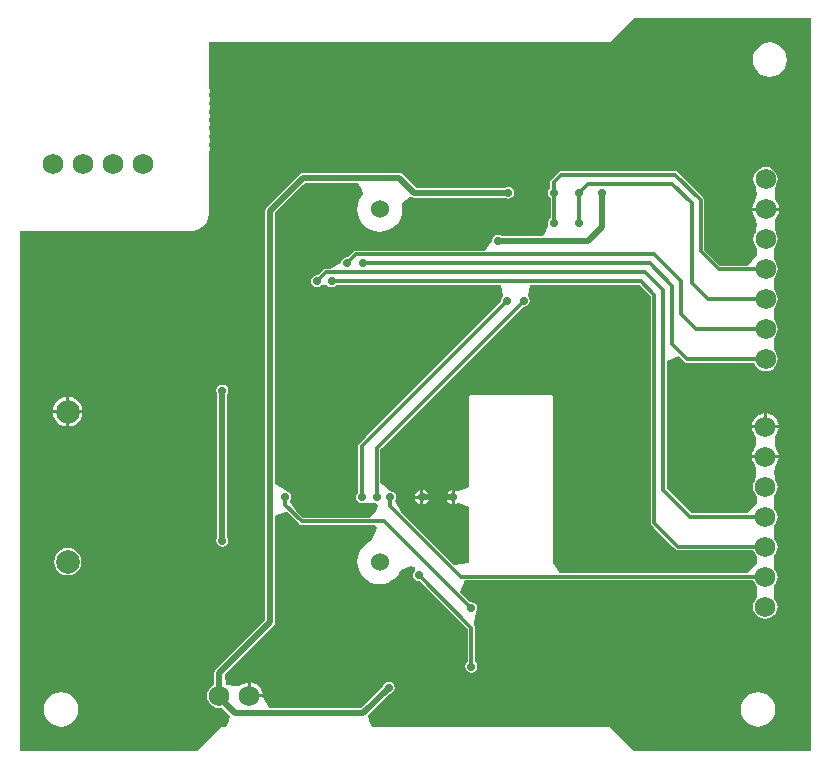
<source format=gbl>
G04 Layer_Physical_Order=4*
G04 Layer_Color=16711680*
%FSLAX44Y44*%
%MOMM*%
G71*
G01*
G75*
%ADD25C,2.0000*%
%ADD26C,0.5000*%
%ADD27C,0.3000*%
%ADD31C,1.7500*%
%ADD32C,1.5240*%
%ADD33C,0.7000*%
G36*
X523123Y394451D02*
X524513D01*
X534151Y384813D01*
Y383419D01*
Y195838D01*
Y193040D01*
X534151Y193040D01*
X534384Y191870D01*
X535047Y190877D01*
X537055Y188869D01*
X553359Y172565D01*
X555367Y170557D01*
X556359Y169894D01*
X557530Y169661D01*
X557530Y169661D01*
X560304D01*
X620957D01*
X622237Y167551D01*
X623413Y166017D01*
X624020Y164445D01*
Y158906D01*
X616180Y150379D01*
X456785D01*
X456248Y150882D01*
X451204Y158750D01*
X451204Y160379D01*
Y299720D01*
X450728Y300868D01*
X449580Y301344D01*
X382270D01*
X381122Y300868D01*
X380646Y299720D01*
Y223123D01*
X374399Y220332D01*
X370646Y219478D01*
X370565Y219532D01*
X369387Y220320D01*
X369387D01*
X368300Y220536D01*
Y214630D01*
Y208724D01*
X369386Y208940D01*
X369387D01*
X370206Y209488D01*
X370206D01*
X370646Y209782D01*
X374399Y208928D01*
X380646Y206137D01*
Y160379D01*
X380646Y158750D01*
X380557Y158611D01*
X367794Y157232D01*
X322530Y202496D01*
X317295Y211025D01*
X318400Y212679D01*
X318400Y212679D01*
X318788Y214630D01*
X318400Y216581D01*
X317295Y218235D01*
Y218235D01*
X315641Y219340D01*
X315641Y219340D01*
X313690Y219728D01*
X307416Y224550D01*
X305319Y227077D01*
Y253869D01*
Y255273D01*
X306303Y256257D01*
X425128Y375082D01*
X425957Y375912D01*
X426729Y375911D01*
X428680Y376299D01*
X428680Y376300D01*
X430334Y377405D01*
X430334Y377405D01*
X431439Y379058D01*
X431827Y381009D01*
X431827Y381009D01*
X431439Y382960D01*
X431439Y382960D01*
X430334Y384614D01*
X432054Y393991D01*
X432241Y394451D01*
X523123D01*
D02*
G37*
G36*
X670000Y0D02*
X520000D01*
X500000Y20000D01*
X298554D01*
X295705Y25341D01*
X294958Y30000D01*
X313366Y48408D01*
X314481Y48630D01*
X316135Y49735D01*
X317240Y51389D01*
X317628Y53340D01*
X317240Y55291D01*
X316135Y56945D01*
X314481Y58050D01*
X312530Y58438D01*
X312530Y58438D01*
X310579Y58050D01*
X310579D01*
X308925Y56945D01*
X308925Y56945D01*
X307820Y55291D01*
X307598Y54176D01*
X289251Y35828D01*
X288364Y35828D01*
X288364Y35828D01*
X287372Y35828D01*
X212397D01*
X212051Y36039D01*
X210087Y38234D01*
X205947Y45251D01*
X194310D01*
Y46521D01*
X193040D01*
Y57741D01*
X191363Y57520D01*
X188616Y56382D01*
X187195Y55292D01*
X185113Y54488D01*
X184209Y54421D01*
X174615Y55403D01*
Y55403D01*
D01*
X174615Y55407D01*
X173805Y65067D01*
X173802Y65164D01*
X175256Y66618D01*
X212009Y103371D01*
X214974Y106336D01*
X215858Y107659D01*
X216168Y109220D01*
X216168Y109220D01*
Y114346D01*
Y196077D01*
Y198434D01*
X218012Y199197D01*
X224730Y201980D01*
X226541Y202203D01*
X233692Y195052D01*
X236597Y192147D01*
X237589Y191484D01*
X238760Y191251D01*
X245420D01*
X300609D01*
X302111Y188895D01*
X301818Y186019D01*
X297494Y177660D01*
X297437Y177628D01*
X294193Y175894D01*
X291300Y173520D01*
X288926Y170627D01*
X287161Y167326D01*
X286075Y163745D01*
X285708Y160020D01*
X286075Y156295D01*
X287161Y152714D01*
X288926Y149413D01*
X291300Y146520D01*
X294193Y144146D01*
X297494Y142381D01*
X301075Y141295D01*
X304800Y140928D01*
X308525Y141295D01*
X312106Y142381D01*
X315407Y144146D01*
X318300Y146520D01*
X320674Y149413D01*
X321976Y151848D01*
X323135Y152964D01*
X331548Y155983D01*
X333535Y155905D01*
X334673Y155097D01*
X334215Y152195D01*
X333110Y150541D01*
X332722Y148590D01*
X332722Y148590D01*
X333110Y146639D01*
X334215Y144985D01*
X335869Y143880D01*
X335869Y143880D01*
X337820Y143492D01*
X337820Y143492D01*
X338592Y143492D01*
X339414Y142670D01*
X374461Y107623D01*
X379211Y102873D01*
X379211Y97871D01*
X379211Y75270D01*
X378665Y74725D01*
X377560Y73071D01*
X377172Y71120D01*
X377560Y69169D01*
X378665Y67515D01*
X380319Y66410D01*
X382270Y66022D01*
X384221Y66410D01*
X385875Y67515D01*
X386980Y69169D01*
X386980Y69169D01*
X387368Y71120D01*
X386980Y73071D01*
X385875Y74725D01*
X385329Y75270D01*
X385329Y98878D01*
X385329Y104140D01*
X385329Y104140D01*
X385096Y105310D01*
X384433Y106303D01*
X384433Y106305D01*
X384402Y107698D01*
X385875Y117045D01*
X386980Y118699D01*
X387368Y120650D01*
X387368Y120650D01*
X386980Y122601D01*
X385875Y124255D01*
X384221Y125360D01*
X384221Y125360D01*
X382270Y125748D01*
X382270Y125748D01*
X381498Y125748D01*
X372705Y134541D01*
X377127Y144261D01*
X620456D01*
X620957D01*
X622237Y142151D01*
X623413Y140617D01*
X624020Y139045D01*
Y130195D01*
X623413Y128623D01*
X622237Y127089D01*
X621204Y124596D01*
X620852Y121920D01*
X621204Y119244D01*
X622237Y116751D01*
X623880Y114610D01*
X626021Y112967D01*
X628514Y111934D01*
X631190Y111582D01*
X633866Y111934D01*
X636359Y112967D01*
X638500Y114610D01*
X640143Y116751D01*
X641176Y119244D01*
X641528Y121920D01*
X641176Y124596D01*
X640143Y127089D01*
X638967Y128623D01*
X638360Y130195D01*
Y139045D01*
X638967Y140617D01*
X640143Y142151D01*
X641176Y144644D01*
X641528Y147320D01*
X641176Y149996D01*
X640143Y152489D01*
X638967Y154023D01*
X638360Y155595D01*
Y164445D01*
X638967Y166017D01*
X640143Y167551D01*
X641176Y170044D01*
X641528Y172720D01*
X641176Y175396D01*
X640143Y177889D01*
X638967Y179423D01*
X638360Y180995D01*
Y189845D01*
X638967Y191417D01*
X640143Y192951D01*
X641176Y195444D01*
X641528Y198120D01*
X641176Y200796D01*
X640143Y203289D01*
X638967Y204823D01*
X638360Y206395D01*
Y215245D01*
X638967Y216817D01*
X640143Y218351D01*
X641176Y220844D01*
X641528Y223520D01*
X641176Y226196D01*
X640143Y228689D01*
X639622Y229369D01*
X639024Y231486D01*
X638866Y235773D01*
X639157Y239723D01*
X639961Y241805D01*
X641052Y243226D01*
X642189Y245973D01*
X642410Y247650D01*
X631190D01*
X619970D01*
X620191Y245973D01*
X621328Y243226D01*
X622419Y241805D01*
X623223Y239723D01*
X623514Y235773D01*
X623356Y231486D01*
X622758Y229369D01*
X622237Y228689D01*
X621204Y226196D01*
X620852Y223520D01*
X621204Y220844D01*
X622237Y218351D01*
X623413Y216817D01*
X624020Y215245D01*
Y209910D01*
X616180Y201179D01*
X570356D01*
X568957D01*
X567976Y202160D01*
X548870Y221266D01*
X547889Y222247D01*
Y223642D01*
Y330263D01*
X557889Y334406D01*
X562987Y329307D01*
X563979Y328644D01*
X565150Y328411D01*
X565150Y328411D01*
X567916D01*
X621267D01*
X622546Y326301D01*
X624189Y324160D01*
X626330Y322517D01*
X628824Y321484D01*
X631500Y321132D01*
X634175Y321484D01*
X636669Y322517D01*
X638810Y324160D01*
X640453Y326301D01*
X641486Y328794D01*
X641838Y331470D01*
X641486Y334146D01*
X640453Y336639D01*
X639276Y338173D01*
X638670Y339745D01*
Y348595D01*
X639276Y350167D01*
X640453Y351701D01*
X641486Y354194D01*
X641838Y356870D01*
X641486Y359546D01*
X640453Y362039D01*
X639276Y363573D01*
X638670Y365145D01*
Y373995D01*
X639276Y375567D01*
X640453Y377101D01*
X641486Y379594D01*
X641838Y382270D01*
X641486Y384946D01*
X640453Y387439D01*
X639276Y388973D01*
X638670Y390545D01*
Y399395D01*
X639276Y400967D01*
X640453Y402501D01*
X641486Y404994D01*
X641838Y407670D01*
X641486Y410346D01*
X640453Y412839D01*
X639276Y414373D01*
X638670Y415945D01*
Y424795D01*
X639276Y426367D01*
X640453Y427901D01*
X641486Y430394D01*
X641838Y433070D01*
X641486Y435746D01*
X640453Y438239D01*
X639932Y438919D01*
X639333Y441036D01*
X639175Y445323D01*
X639467Y449273D01*
X640271Y451355D01*
X641361Y452776D01*
X642499Y455523D01*
X642720Y457200D01*
X631500D01*
X620280D01*
X620500Y455523D01*
X621638Y452776D01*
X622728Y451355D01*
X623532Y449273D01*
X623824Y445323D01*
X623666Y441036D01*
X623068Y438919D01*
X622546Y438239D01*
X621514Y435746D01*
X621161Y433070D01*
X621514Y430394D01*
X622546Y427901D01*
X623723Y426367D01*
X624330Y424795D01*
Y419460D01*
X616490Y410729D01*
X593087D01*
X579639Y424177D01*
Y454323D01*
Y466090D01*
X579639Y466090D01*
X579406Y467261D01*
X578743Y468253D01*
X576735Y470261D01*
X559161Y487835D01*
X557153Y489843D01*
X556161Y490506D01*
X554990Y490739D01*
X554990Y490739D01*
X552150D01*
X461310D01*
X458470D01*
X457299Y490506D01*
X456307Y489843D01*
X456307Y489843D01*
X449957Y483493D01*
X449294Y482501D01*
X449061Y481330D01*
X449061Y481330D01*
Y476410D01*
X448515Y476045D01*
X448515Y476045D01*
X447410Y474391D01*
X447022Y472440D01*
X447410Y470489D01*
Y470489D01*
X448515Y468835D01*
Y468835D01*
X449371Y468075D01*
Y451190D01*
X448825Y450645D01*
X447720Y448991D01*
X447332Y447040D01*
X447563Y445878D01*
X447437Y444471D01*
X444491Y438032D01*
X442763Y435878D01*
X408026D01*
X407081Y436510D01*
X407081Y436510D01*
X405130Y436898D01*
X403179Y436510D01*
X401525Y435405D01*
X401525D01*
X400420Y433751D01*
X400420Y433751D01*
X400032Y431800D01*
X395210Y425526D01*
X392683Y423429D01*
X285537D01*
X284480D01*
X283309Y423196D01*
X282317Y422533D01*
X277504Y417720D01*
X276860Y417848D01*
X276860Y417848D01*
X274909Y417460D01*
X273255Y416355D01*
X273255Y416355D01*
Y416355D01*
X272150Y414701D01*
X272150Y414701D01*
X271762Y412750D01*
X262783Y408189D01*
X259080D01*
X257910Y407956D01*
X256917Y407293D01*
X252190Y402566D01*
X251460Y402608D01*
X249509Y402220D01*
X247855Y401115D01*
X246750Y399461D01*
X246362Y397510D01*
X246750Y395559D01*
X247855Y393905D01*
X249509Y392800D01*
X249509Y392800D01*
X251460Y392412D01*
X251460Y392412D01*
X253411Y392800D01*
X253411D01*
X255830Y393905D01*
X259790D01*
X262209Y392800D01*
X262209Y392800D01*
X264160Y392412D01*
X266111Y392800D01*
X267765Y393905D01*
X268310Y394451D01*
X269331D01*
X407238D01*
X407426Y393991D01*
X409145Y384614D01*
X408040Y382960D01*
X407652Y381009D01*
X407652Y380238D01*
X406886Y379471D01*
X292911Y265496D01*
X287397Y259982D01*
X286734Y258990D01*
X286501Y257819D01*
X286501Y257819D01*
Y255085D01*
Y219984D01*
Y218780D01*
X285955Y218235D01*
X284850Y216581D01*
X284462Y214630D01*
X284462Y214630D01*
X284850Y212679D01*
X285955Y211025D01*
X285955Y211025D01*
X287609Y209920D01*
X287609Y209920D01*
X289560Y209532D01*
X289560Y209532D01*
X291966Y209920D01*
X292426Y209920D01*
X299854D01*
X301599Y209639D01*
X303172Y207369D01*
X301215Y201977D01*
X295543Y197369D01*
X245646D01*
X240027Y197369D01*
X234245Y203151D01*
X228550Y210816D01*
X228668Y211322D01*
X228724Y211517D01*
X229500Y212679D01*
X229500Y212679D01*
X229888Y214630D01*
X229500Y216581D01*
X228395Y218235D01*
X228395Y218235D01*
X226741Y219340D01*
Y219340D01*
X225819Y219523D01*
X218012Y224818D01*
X216168Y226910D01*
Y234899D01*
Y451856D01*
X216168Y455511D01*
X217214Y456556D01*
X239742Y479084D01*
X241719Y481062D01*
X245203Y481062D01*
X284535D01*
X286554D01*
X289784Y474908D01*
X290513Y471062D01*
X288926Y469127D01*
X287161Y465826D01*
X286075Y462245D01*
X285708Y458520D01*
X286075Y454795D01*
X287161Y451214D01*
X288926Y447913D01*
X291300Y445020D01*
X294193Y442646D01*
X297494Y440881D01*
X301075Y439795D01*
X304800Y439428D01*
X308525Y439795D01*
X312106Y440881D01*
X315407Y442646D01*
X318300Y445020D01*
X320674Y447913D01*
X322439Y451214D01*
X323525Y454795D01*
X323892Y458520D01*
X323525Y462245D01*
X323190Y463351D01*
X330170Y468809D01*
X330582Y469131D01*
X331371Y469393D01*
X332449Y468672D01*
X334010Y468362D01*
X334010Y468362D01*
X339078D01*
X407557D01*
X410514Y468362D01*
X411459Y467730D01*
X413410Y467342D01*
X413410Y467342D01*
X415361Y467730D01*
X417015Y468835D01*
X418120Y470489D01*
X418508Y472440D01*
X418120Y474391D01*
X417015Y476045D01*
X415361Y477150D01*
X415361Y477150D01*
X413410Y477538D01*
X413410Y477538D01*
X411459Y477150D01*
X410514Y476518D01*
X407567Y476518D01*
X339312D01*
X335699Y476518D01*
X326662Y485556D01*
X324194Y488024D01*
X322871Y488908D01*
X321310Y489218D01*
X321310Y489218D01*
X318873D01*
X301197D01*
X291197Y489218D01*
X284957D01*
X244377D01*
X240030D01*
X240030Y489218D01*
X238469Y488908D01*
X237146Y488024D01*
X234677Y485555D01*
X211781Y462659D01*
X209206Y460084D01*
X208322Y458761D01*
X208012Y457200D01*
X208012Y452111D01*
Y231174D01*
Y223306D01*
X208012Y212773D01*
X208012Y203343D01*
Y196747D01*
Y114425D01*
X208012Y110909D01*
X205765Y108663D01*
X168651Y71548D01*
X166026Y68924D01*
X165142Y67601D01*
X164832Y66040D01*
X164832Y55926D01*
X163741Y55474D01*
X163741D01*
X161600Y53831D01*
X159957Y51690D01*
X158924Y49196D01*
X158572Y46521D01*
X158924Y43845D01*
X159957Y41351D01*
X161600Y39210D01*
X163741Y37567D01*
X166234Y36534D01*
X168910Y36182D01*
X171398Y36510D01*
X178188Y29678D01*
X177493Y25341D01*
X174643Y20000D01*
X170000D01*
X150000Y0D01*
X0D01*
Y440000D01*
X145000D01*
X146470Y440072D01*
X149354Y440646D01*
X152071Y441771D01*
X154516Y443405D01*
X156595Y445484D01*
X158229Y447929D01*
X159354Y450646D01*
X159928Y453530D01*
X160000Y455000D01*
X160000D01*
Y507274D01*
X160003Y507277D01*
X160004Y507277D01*
X160777Y508434D01*
X161049Y509800D01*
X160777Y511166D01*
X160777Y511166D01*
X160003Y512323D01*
Y514277D01*
X160777Y515434D01*
X161049Y516800D01*
X160777Y518166D01*
X160003Y519323D01*
Y521277D01*
X160777Y522434D01*
X161049Y523800D01*
X160777Y525166D01*
X160003Y526323D01*
Y528277D01*
X160777Y529434D01*
X161049Y530800D01*
X160777Y532166D01*
X160003Y533323D01*
Y535277D01*
X160777Y536434D01*
X161049Y537800D01*
X160777Y539166D01*
X160003Y540323D01*
Y542277D01*
X160777Y543434D01*
X161049Y544800D01*
X160777Y546166D01*
X160003Y547323D01*
Y549277D01*
X160777Y550434D01*
X161049Y551800D01*
X160777Y553166D01*
X160003Y554323D01*
Y556277D01*
X160777Y557434D01*
X160777Y557435D01*
X161049Y558800D01*
X160777Y560166D01*
X160004Y561323D01*
X160003Y561323D01*
X160000Y561326D01*
Y600000D01*
X500000D01*
X520000Y620000D01*
X670000D01*
Y0D01*
D02*
G37*
%LPC*%
G36*
X365760Y213360D02*
X361124D01*
X361340Y212273D01*
X361888Y211454D01*
X362675Y210275D01*
X363495Y209728D01*
Y209728D01*
X364673Y208941D01*
X364673Y208940D01*
X365760Y208724D01*
Y213360D01*
D02*
G37*
G36*
X339090D02*
X334454D01*
X334670Y212273D01*
X335218Y211454D01*
X335218Y211454D01*
X336005Y210275D01*
X336825Y209728D01*
X336825Y209728D01*
X338003Y208940D01*
X339090Y208724D01*
Y213360D01*
D02*
G37*
G36*
X346266D02*
X341630D01*
Y208724D01*
X342717Y208940D01*
X342964Y209105D01*
X344715Y210275D01*
X346050Y212273D01*
X346266Y213360D01*
D02*
G37*
G36*
X339090Y220536D02*
X338003Y220320D01*
X337184Y219772D01*
X336005Y218985D01*
X335458Y218165D01*
X334670Y216987D01*
X334454Y215900D01*
X339090D01*
Y220536D01*
D02*
G37*
G36*
X341630D02*
Y215900D01*
X346266D01*
X346050Y216987D01*
X345502Y217806D01*
X345502Y217806D01*
X344715Y218985D01*
X343895Y219532D01*
X343895D01*
X342717Y220320D01*
X341750Y220512D01*
X341630Y220536D01*
D02*
G37*
G36*
X365760Y220536D02*
X364673Y220320D01*
X364673Y220319D01*
X363854Y219772D01*
Y219772D01*
X362675Y218985D01*
X362128Y218165D01*
X361340Y216987D01*
X361124Y215900D01*
X365760D01*
Y220536D01*
D02*
G37*
G36*
X625000Y49625D02*
X621215Y49127D01*
X617687Y47666D01*
X614659Y45342D01*
X612334Y42313D01*
X610873Y38785D01*
X610375Y35000D01*
X610873Y31215D01*
X612334Y27687D01*
X614659Y24659D01*
X617687Y22334D01*
X621215Y20873D01*
X625000Y20375D01*
X628785Y20873D01*
X632313Y22334D01*
X635341Y24659D01*
X637666Y27687D01*
X639127Y31215D01*
X639625Y35000D01*
X639127Y38785D01*
X637666Y42313D01*
X635341Y45342D01*
X632313Y47666D01*
X628785Y49127D01*
X625000Y49625D01*
D02*
G37*
G36*
X35000D02*
X31215Y49127D01*
X27687Y47666D01*
X24659Y45342D01*
X22334Y42313D01*
X20873Y38785D01*
X20375Y35000D01*
X20873Y31215D01*
X22334Y27687D01*
X24659Y24659D01*
X27687Y22334D01*
X31215Y20873D01*
X35000Y20375D01*
X38785Y20873D01*
X42313Y22334D01*
X45342Y24659D01*
X47666Y27687D01*
X49127Y31215D01*
X49625Y35000D01*
X49127Y38785D01*
X47666Y42313D01*
X45342Y45342D01*
X42313Y47666D01*
X38785Y49127D01*
X35000Y49625D01*
D02*
G37*
G36*
X195580Y57741D02*
Y47790D01*
X205530D01*
X205309Y49468D01*
X204172Y52214D01*
X202362Y54573D01*
X200004Y56382D01*
X197257Y57520D01*
X195580Y57741D01*
D02*
G37*
G36*
X171450Y309898D02*
X169499Y309510D01*
X167845Y308405D01*
X167845Y308405D01*
X166740Y306751D01*
X166740Y306751D01*
X166352Y304800D01*
X166352Y304800D01*
X166740Y302849D01*
X167372Y301904D01*
X167372Y298953D01*
Y183647D01*
X167372Y180696D01*
X166740Y179751D01*
X166352Y177800D01*
X166352Y177800D01*
X166740Y175849D01*
X167845Y174195D01*
X169499Y173090D01*
X171450Y172702D01*
X173401Y173090D01*
X175055Y174195D01*
X175055Y174195D01*
X176160Y175849D01*
X176160Y175849D01*
X176548Y177800D01*
X176548Y177800D01*
X176160Y179751D01*
X175528Y180696D01*
X175528Y183647D01*
Y298953D01*
X175528Y301904D01*
X176160Y302849D01*
X176548Y304800D01*
X176548Y304800D01*
X176160Y306751D01*
X175055Y308405D01*
X173401Y309510D01*
X171450Y309898D01*
D02*
G37*
G36*
X40600Y171619D02*
X37598Y171224D01*
X34800Y170065D01*
X32398Y168222D01*
X30555Y165820D01*
X29396Y163022D01*
X29001Y160020D01*
X29396Y157018D01*
X30555Y154220D01*
X32398Y151818D01*
X34800Y149975D01*
X37598Y148816D01*
X40600Y148421D01*
X43602Y148816D01*
X46400Y149975D01*
X48802Y151818D01*
X50645Y154220D01*
X51804Y157018D01*
X52199Y160020D01*
X51804Y163022D01*
X50645Y165820D01*
X48802Y168222D01*
X46400Y170065D01*
X43602Y171224D01*
X40600Y171619D01*
D02*
G37*
G36*
X39330Y299501D02*
X37326Y299237D01*
X34276Y297974D01*
X31656Y295964D01*
X29646Y293344D01*
X28383Y290294D01*
X28119Y288290D01*
X39330D01*
Y299501D01*
D02*
G37*
G36*
X632460Y285540D02*
Y275590D01*
X642410D01*
X642189Y277267D01*
X641052Y280014D01*
X639242Y282372D01*
X636884Y284182D01*
X634137Y285319D01*
X632460Y285540D01*
D02*
G37*
G36*
X41870Y299501D02*
Y288290D01*
X53081D01*
X52817Y290294D01*
X51554Y293344D01*
X49544Y295964D01*
X46924Y297974D01*
X43874Y299237D01*
X41870Y299501D01*
D02*
G37*
G36*
X635000Y599625D02*
X631215Y599127D01*
X627687Y597666D01*
X624659Y595341D01*
X622334Y592313D01*
X620873Y588785D01*
X620375Y585000D01*
X620873Y581215D01*
X622334Y577687D01*
X624659Y574659D01*
X627687Y572334D01*
X631215Y570873D01*
X635000Y570375D01*
X638785Y570873D01*
X642313Y572334D01*
X645341Y574659D01*
X647666Y577687D01*
X649127Y581215D01*
X649625Y585000D01*
X649127Y588785D01*
X647666Y592313D01*
X645341Y595341D01*
X642313Y597666D01*
X638785Y599127D01*
X635000Y599625D01*
D02*
G37*
G36*
X631500Y494208D02*
X628824Y493856D01*
X626330Y492823D01*
X624189Y491180D01*
X622546Y489039D01*
X621514Y486546D01*
X621161Y483870D01*
X621514Y481194D01*
X622546Y478701D01*
X623068Y478021D01*
X623666Y475904D01*
X623824Y471617D01*
X623532Y467667D01*
X622728Y465585D01*
X621638Y464164D01*
X620500Y461417D01*
X620280Y459740D01*
X631500D01*
X642720D01*
X642499Y461417D01*
X641361Y464164D01*
X640271Y465585D01*
X639467Y467667D01*
X639175Y471617D01*
X639333Y475904D01*
X639932Y478021D01*
X640453Y478701D01*
X641486Y481194D01*
X641838Y483870D01*
X641486Y486546D01*
X640453Y489039D01*
X638810Y491180D01*
X636669Y492823D01*
X634175Y493856D01*
X631500Y494208D01*
D02*
G37*
G36*
X642410Y273050D02*
X631190D01*
X619970D01*
X620191Y271373D01*
X621328Y268626D01*
X621763Y268059D01*
X623138Y264643D01*
Y258597D01*
X621763Y255181D01*
X621328Y254614D01*
X620191Y251867D01*
X619970Y250190D01*
X631190D01*
X642410D01*
X642189Y251867D01*
X641052Y254614D01*
X640617Y255181D01*
X639242Y258597D01*
Y264643D01*
X640617Y268059D01*
X641052Y268626D01*
X642189Y271373D01*
X642410Y273050D01*
D02*
G37*
G36*
X39330Y285750D02*
X28119D01*
X28383Y283746D01*
X29646Y280696D01*
X31656Y278076D01*
X34276Y276066D01*
X37326Y274803D01*
X39330Y274539D01*
Y285750D01*
D02*
G37*
G36*
X629920Y285540D02*
X628243Y285319D01*
X625496Y284182D01*
X623138Y282372D01*
X621328Y280014D01*
X620191Y277267D01*
X619970Y275590D01*
X629920D01*
Y285540D01*
D02*
G37*
G36*
X53081Y285750D02*
X41870D01*
Y274539D01*
X43874Y274803D01*
X46924Y276066D01*
X49544Y278076D01*
X51554Y280696D01*
X52817Y283746D01*
X53081Y285750D01*
D02*
G37*
%LPD*%
D25*
X40600Y287020D02*
D03*
Y160020D02*
D03*
D26*
X342900Y214630D02*
X367030D01*
X341630Y215900D02*
X342900Y214630D01*
X340360D02*
X341630Y215900D01*
X212090Y109220D02*
Y457200D01*
X168910Y66040D02*
X212090Y109220D01*
X168910Y45098D02*
Y66040D01*
Y45098D02*
X182258Y31750D01*
X481330Y431800D02*
X492760Y443230D01*
X405130Y431800D02*
X481330D01*
X171450Y177800D02*
Y304800D01*
X212090Y457200D02*
X240030Y485140D01*
X492760Y443230D02*
Y472130D01*
X334010Y472440D02*
X413410D01*
X321310Y485140D02*
X334010Y472440D01*
X240030Y485140D02*
X321310D01*
X182258Y31750D02*
X290940D01*
X312530Y53340D01*
D27*
X337820Y148590D02*
X382270Y104140D01*
Y71120D02*
Y104140D01*
X224790Y208280D02*
Y214630D01*
Y208280D02*
X238760Y194310D01*
X308610D01*
X382270Y120650D01*
X313690Y207010D02*
Y214630D01*
Y207010D02*
X373380Y147320D01*
X631190D01*
X289560Y214630D02*
Y257819D01*
X412750Y381009D01*
X302260Y214630D02*
Y256540D01*
X426729Y381009D01*
X264160Y397510D02*
X525780D01*
X537210Y386080D01*
X251460Y397510D02*
X259080Y405130D01*
X276860Y412750D02*
X284480Y420370D01*
X259080Y405130D02*
X529590D01*
X544830Y389890D01*
X290830Y412750D02*
X533400D01*
X284480Y420370D02*
X537210D01*
X533400Y412750D02*
X552450Y393700D01*
X537210Y420370D02*
X560070Y397510D01*
Y369570D02*
Y397510D01*
Y369570D02*
X572770Y356870D01*
X631500D01*
X552450Y344170D02*
Y393700D01*
Y344170D02*
X565150Y331470D01*
X631500D01*
X537210Y193040D02*
Y386080D01*
Y193040D02*
X557530Y172720D01*
X631190D01*
X544830Y220980D02*
Y389890D01*
Y220980D02*
X567690Y198120D01*
X631190D01*
X568960Y396240D02*
X582930Y382270D01*
X631500D01*
X576580Y422910D02*
X591820Y407670D01*
X631500D01*
X452430Y447040D02*
Y472130D01*
X452120Y472440D02*
X452430Y472130D01*
X473710Y447040D02*
Y472440D01*
X568960Y396240D02*
Y463550D01*
X452120Y481330D02*
X458470Y487680D01*
X452120Y472440D02*
Y481330D01*
X473710Y472440D02*
X481330Y480060D01*
X552450D01*
X568960Y463550D01*
X458470Y487680D02*
X554990D01*
X576580Y466090D01*
Y422910D02*
Y466090D01*
D31*
X27940Y496570D02*
D03*
X53340D02*
D03*
X104140D02*
D03*
X78740D02*
D03*
X631500Y331470D02*
D03*
Y356870D02*
D03*
Y458470D02*
D03*
Y483870D02*
D03*
Y433070D02*
D03*
Y407670D02*
D03*
Y382270D02*
D03*
X631190Y121920D02*
D03*
Y147320D02*
D03*
Y248920D02*
D03*
Y274320D02*
D03*
Y223520D02*
D03*
Y198120D02*
D03*
Y172720D02*
D03*
X168910Y46521D02*
D03*
X194310D02*
D03*
D32*
X304800Y458520D02*
D03*
Y160020D02*
D03*
D33*
X656603Y547670D02*
D03*
X636603Y507670D02*
D03*
Y107670D02*
D03*
X656603Y67670D02*
D03*
X596603Y587670D02*
D03*
X616603Y547670D02*
D03*
X596603Y507670D02*
D03*
X616603Y467670D02*
D03*
Y307670D02*
D03*
X596603Y267670D02*
D03*
Y107670D02*
D03*
X616603Y67670D02*
D03*
X596603Y27671D02*
D03*
X556603Y587670D02*
D03*
X576603Y547670D02*
D03*
X556603Y507670D02*
D03*
X576603Y307670D02*
D03*
X556603Y267670D02*
D03*
Y107670D02*
D03*
X576603Y67670D02*
D03*
X556603Y27671D02*
D03*
X516603Y587670D02*
D03*
Y347671D02*
D03*
Y267670D02*
D03*
X536603Y67670D02*
D03*
X516603Y27671D02*
D03*
X476603Y587670D02*
D03*
X496603Y547670D02*
D03*
Y387670D02*
D03*
X476603Y347671D02*
D03*
X496603Y307670D02*
D03*
Y67670D02*
D03*
X476603Y27671D02*
D03*
X436603Y587670D02*
D03*
X456603Y547670D02*
D03*
Y387670D02*
D03*
X436603Y347671D02*
D03*
X456603Y227670D02*
D03*
X436603Y27671D02*
D03*
X396603Y587670D02*
D03*
X416603Y547670D02*
D03*
X396603Y507670D02*
D03*
X416603Y67670D02*
D03*
X356603Y587670D02*
D03*
Y507670D02*
D03*
X376603Y387670D02*
D03*
X356603Y347671D02*
D03*
X376603Y227670D02*
D03*
X356603Y107670D02*
D03*
X316603Y587670D02*
D03*
X336603Y547670D02*
D03*
X316603Y507670D02*
D03*
Y347671D02*
D03*
X336603Y67670D02*
D03*
X316603Y27671D02*
D03*
X276603Y587670D02*
D03*
X296603Y547670D02*
D03*
X276603Y507670D02*
D03*
Y347671D02*
D03*
Y187670D02*
D03*
X296603Y67670D02*
D03*
X236603Y587670D02*
D03*
X256603Y547670D02*
D03*
X236603Y507670D02*
D03*
X256603Y467670D02*
D03*
X236603Y427670D02*
D03*
X256603Y147670D02*
D03*
X236603Y107670D02*
D03*
X196603Y587670D02*
D03*
X216603Y547670D02*
D03*
X196603Y507670D02*
D03*
Y347671D02*
D03*
Y267670D02*
D03*
Y187670D02*
D03*
Y107670D02*
D03*
X216603Y67670D02*
D03*
X176603Y547670D02*
D03*
Y467670D02*
D03*
X156603Y427670D02*
D03*
Y347671D02*
D03*
Y267670D02*
D03*
Y187670D02*
D03*
Y107670D02*
D03*
Y27671D02*
D03*
X116603Y427670D02*
D03*
X136603Y387670D02*
D03*
X116603Y347671D02*
D03*
X136603Y307670D02*
D03*
X116603Y267670D02*
D03*
X136603Y227670D02*
D03*
X116603Y187670D02*
D03*
X136603Y147670D02*
D03*
X116603Y107670D02*
D03*
X136603Y67670D02*
D03*
X116603Y27671D02*
D03*
X76603Y427670D02*
D03*
X96603Y387670D02*
D03*
X76603Y347671D02*
D03*
X96603Y307670D02*
D03*
X76603Y267670D02*
D03*
X96603Y227670D02*
D03*
X76603Y187670D02*
D03*
X96603Y147670D02*
D03*
X76603Y27671D02*
D03*
X36603Y427670D02*
D03*
X56603Y387670D02*
D03*
X36603Y347671D02*
D03*
X56603Y307670D02*
D03*
X36603Y267670D02*
D03*
X56603Y227670D02*
D03*
X36603Y187670D02*
D03*
X56603Y147670D02*
D03*
X36603Y107670D02*
D03*
X56603Y67670D02*
D03*
X367030Y214630D02*
D03*
X340360D02*
D03*
X337820Y148590D02*
D03*
X382270Y71120D02*
D03*
X224790Y214630D02*
D03*
X382270Y120650D02*
D03*
X313690Y214630D02*
D03*
X289560D02*
D03*
X412750Y381009D02*
D03*
X452430Y447040D02*
D03*
X302260Y214630D02*
D03*
X426729Y381009D02*
D03*
X473710Y447040D02*
D03*
X405130Y431800D02*
D03*
X171450Y177800D02*
D03*
Y304800D02*
D03*
X251460Y397510D02*
D03*
X264160D02*
D03*
X290830Y412750D02*
D03*
X276860D02*
D03*
X452120Y472440D02*
D03*
X473710D02*
D03*
X492760Y472130D02*
D03*
X413410Y472440D02*
D03*
X312530Y53340D02*
D03*
M02*

</source>
